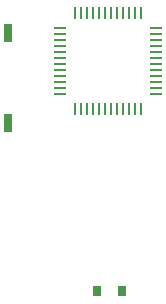
<source format=gtp>
G04 #@! TF.GenerationSoftware,KiCad,Pcbnew,5.1.6-c6e7f7d~87~ubuntu18.04.1*
G04 #@! TF.CreationDate,2020-07-19T23:01:31+05:30*
G04 #@! TF.ProjectId,Sensor_pcb_v1,53656e73-6f72-45f7-9063-625f76312e6b,rev?*
G04 #@! TF.SameCoordinates,Original*
G04 #@! TF.FileFunction,Paste,Top*
G04 #@! TF.FilePolarity,Positive*
%FSLAX46Y46*%
G04 Gerber Fmt 4.6, Leading zero omitted, Abs format (unit mm)*
G04 Created by KiCad (PCBNEW 5.1.6-c6e7f7d~87~ubuntu18.04.1) date 2020-07-19 23:01:31*
%MOMM*%
%LPD*%
G01*
G04 APERTURE LIST*
%ADD10R,0.800000X0.900000*%
%ADD11R,0.760000X1.600000*%
%ADD12R,0.230000X1.000000*%
%ADD13R,1.000000X0.230000*%
G04 APERTURE END LIST*
D10*
X46490000Y-54630000D03*
X48590000Y-54630000D03*
D11*
X38960000Y-40370000D03*
X38960000Y-32750000D03*
D12*
X49704000Y-31024000D03*
D13*
X43354000Y-32294000D03*
X43354000Y-32802000D03*
X43354000Y-33310000D03*
X43354000Y-33818000D03*
X43354000Y-34326000D03*
X43354000Y-34834000D03*
X43354000Y-35342000D03*
X43354000Y-35850000D03*
X43354000Y-36358000D03*
X43354000Y-36866000D03*
X43354000Y-37374000D03*
X43354000Y-37882000D03*
D12*
X44624000Y-39152000D03*
X45132000Y-39152000D03*
X46148000Y-39152000D03*
X46656000Y-39152000D03*
X47164000Y-39152000D03*
X47672000Y-39152000D03*
X48180000Y-39152000D03*
X48688000Y-39152000D03*
X49196000Y-39152000D03*
X49704000Y-39152000D03*
X50212000Y-39152000D03*
D13*
X51482000Y-37374000D03*
X51482000Y-36866000D03*
X51482000Y-36358000D03*
X51482000Y-35850000D03*
X51482000Y-35342000D03*
X51482000Y-34834000D03*
X51482000Y-34326000D03*
X51482000Y-33818000D03*
X51482000Y-33310000D03*
X51482000Y-32802000D03*
X51482000Y-32294000D03*
D12*
X50212000Y-31024000D03*
X49196000Y-31024000D03*
X48688000Y-31024000D03*
X48180000Y-31024000D03*
X47672000Y-31024000D03*
X47164000Y-31024000D03*
X46656000Y-31024000D03*
X46148000Y-31024000D03*
X45640000Y-31024000D03*
X45132000Y-31024000D03*
X44624000Y-31024000D03*
D13*
X51482000Y-37882000D03*
D12*
X45640000Y-39152000D03*
M02*

</source>
